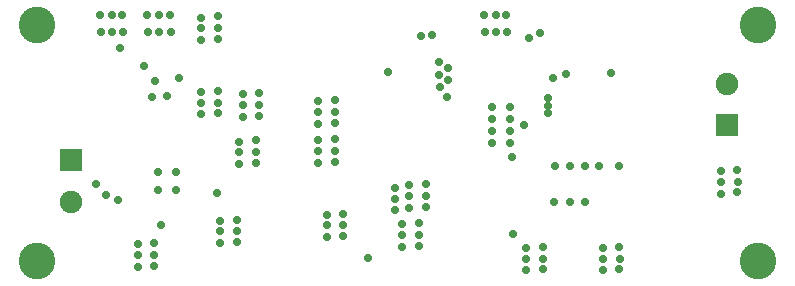
<source format=gbs>
G04*
G04 #@! TF.GenerationSoftware,Altium Limited,Altium Designer,19.1.6 (110)*
G04*
G04 Layer_Color=16711935*
%FSLAX43Y43*%
%MOMM*%
G71*
G01*
G75*
%ADD34C,3.100*%
%ADD35R,1.900X1.900*%
%ADD36C,1.900*%
%ADD66C,0.700*%
D34*
X2000Y2000D02*
D03*
Y22000D02*
D03*
X63000Y2000D02*
D03*
Y22000D02*
D03*
D35*
X4850Y10500D02*
D03*
X60400Y13500D02*
D03*
D36*
X4850Y7000D02*
D03*
X60400Y17000D02*
D03*
D66*
X50600Y17900D02*
D03*
X49575Y10025D02*
D03*
X51250Y10025D02*
D03*
X43215Y13525D02*
D03*
X42000Y12000D02*
D03*
Y13000D02*
D03*
X40500Y12000D02*
D03*
Y15000D02*
D03*
X42000Y14000D02*
D03*
X42200Y10800D02*
D03*
X40500Y14000D02*
D03*
Y13000D02*
D03*
X42000Y15000D02*
D03*
X45285Y14500D02*
D03*
X31700Y18000D02*
D03*
X7000Y8500D02*
D03*
X7800Y7600D02*
D03*
X9000Y20025D02*
D03*
X11000Y18475D02*
D03*
X35400Y21100D02*
D03*
X34500Y21000D02*
D03*
X41700Y22785D02*
D03*
X41800Y21385D02*
D03*
X40800Y22800D02*
D03*
Y21385D02*
D03*
X39800Y22785D02*
D03*
X39900Y21385D02*
D03*
X13200Y22785D02*
D03*
X13300Y21385D02*
D03*
X12300Y22800D02*
D03*
Y21385D02*
D03*
X11300Y22785D02*
D03*
X11400Y21385D02*
D03*
X9200Y22785D02*
D03*
X9300Y21385D02*
D03*
X8300Y22800D02*
D03*
Y21385D02*
D03*
X7300Y22785D02*
D03*
X7400Y21385D02*
D03*
X17285Y20800D02*
D03*
X15885Y20700D02*
D03*
X17300Y21700D02*
D03*
X15885D02*
D03*
X17285Y22700D02*
D03*
X15885Y22600D02*
D03*
X34285Y3300D02*
D03*
X32885Y3200D02*
D03*
X34300Y4200D02*
D03*
X32885D02*
D03*
X34285Y5200D02*
D03*
X32885Y5100D02*
D03*
X44785Y1300D02*
D03*
X43385Y1200D02*
D03*
X44800Y2200D02*
D03*
X43385D02*
D03*
X44785Y3200D02*
D03*
X43385Y3100D02*
D03*
X51285Y1300D02*
D03*
X49885Y1200D02*
D03*
X51300Y2200D02*
D03*
X49885D02*
D03*
X51285Y3200D02*
D03*
X49885Y3100D02*
D03*
X61285Y7800D02*
D03*
X59885Y7700D02*
D03*
X61300Y8700D02*
D03*
X59885D02*
D03*
X61285Y9700D02*
D03*
X59885Y9600D02*
D03*
X27900Y4100D02*
D03*
X26500Y4000D02*
D03*
X27915Y5000D02*
D03*
X26500D02*
D03*
X27900Y6000D02*
D03*
X26500Y5900D02*
D03*
X32285Y6300D02*
D03*
X32300Y7200D02*
D03*
X32285Y8200D02*
D03*
X34900Y6600D02*
D03*
X33500Y6500D02*
D03*
X34915Y7500D02*
D03*
X33500D02*
D03*
X34900Y8500D02*
D03*
X33500Y8400D02*
D03*
X18900Y3600D02*
D03*
X17500Y3500D02*
D03*
X18915Y4500D02*
D03*
X17500D02*
D03*
X18900Y5500D02*
D03*
X17500Y5400D02*
D03*
X11900Y1600D02*
D03*
X10500Y1500D02*
D03*
X11915Y2500D02*
D03*
X10500D02*
D03*
X11900Y3500D02*
D03*
X10500Y3400D02*
D03*
X42250Y4250D02*
D03*
X19085Y12100D02*
D03*
X20485Y12200D02*
D03*
X19085Y11200D02*
D03*
X20500D02*
D03*
X19085Y10200D02*
D03*
X20485Y10300D02*
D03*
X15885Y16300D02*
D03*
X17285Y16400D02*
D03*
X15885Y15400D02*
D03*
X17300D02*
D03*
X15885Y14400D02*
D03*
X17285Y14500D02*
D03*
X19385Y16100D02*
D03*
X20785Y16200D02*
D03*
X19385Y15200D02*
D03*
X20800D02*
D03*
X19385Y14200D02*
D03*
X20785Y14300D02*
D03*
X25785Y12200D02*
D03*
X27185Y12300D02*
D03*
X25785Y11300D02*
D03*
X27200D02*
D03*
X25785Y10300D02*
D03*
X27185Y10400D02*
D03*
Y13700D02*
D03*
X25785Y13600D02*
D03*
X27200Y14600D02*
D03*
X25785D02*
D03*
X27185Y15600D02*
D03*
X25785Y15500D02*
D03*
X36700Y15900D02*
D03*
X36100Y16700D02*
D03*
X36800Y17300D02*
D03*
X36000Y17700D02*
D03*
X36800Y18300D02*
D03*
X35985Y18800D02*
D03*
X46800Y17800D02*
D03*
X45700Y17500D02*
D03*
X43600Y20900D02*
D03*
X44600Y21300D02*
D03*
X45750Y6950D02*
D03*
X47100D02*
D03*
X48375D02*
D03*
Y10025D02*
D03*
X47100Y10050D02*
D03*
X45825Y10000D02*
D03*
X45283Y15125D02*
D03*
X45285Y15800D02*
D03*
X11700Y15900D02*
D03*
X12000Y17200D02*
D03*
X17250Y7750D02*
D03*
X8850Y7125D02*
D03*
X13000Y16000D02*
D03*
X14000Y17500D02*
D03*
X13750Y8000D02*
D03*
X12250D02*
D03*
X13750Y9500D02*
D03*
X12250D02*
D03*
X30000Y2250D02*
D03*
X12500Y5000D02*
D03*
M02*

</source>
